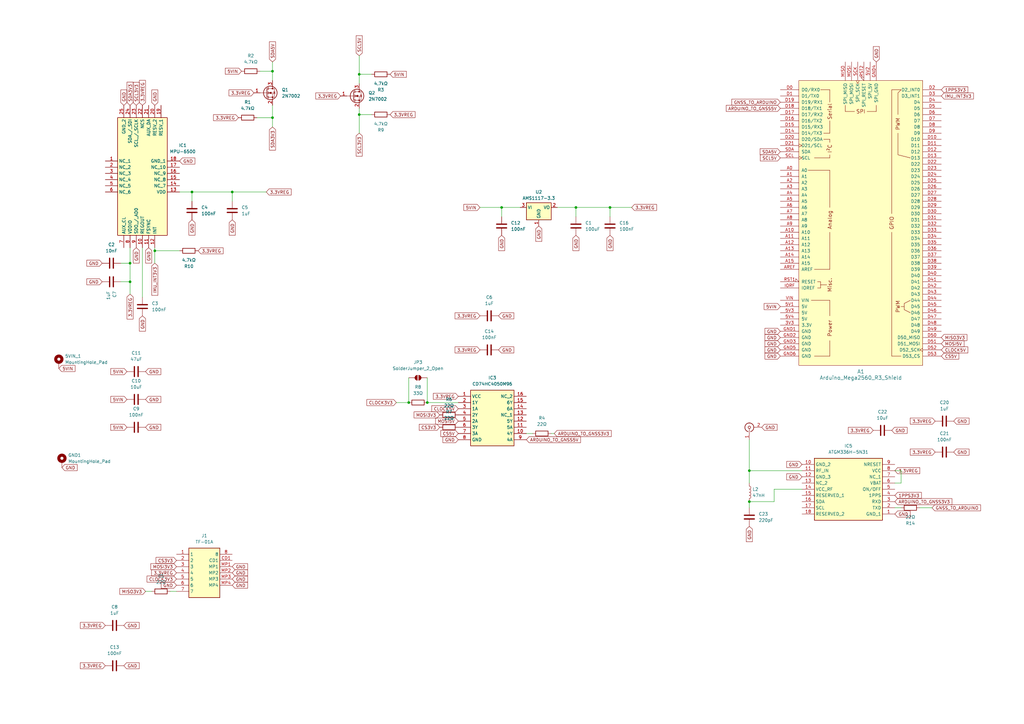
<source format=kicad_sch>
(kicad_sch (version 20250114) (generator "eeschema") (generator_version "9.0")
  (paper "A3")
  (lib_symbols
    (symbol "ATGM336H-5N31:ATGM336H-5N31"
      (property "Reference" "IC" (at 34.29 7.62 0))
      (property "Value" "ATGM336H-5N31" (at 34.29 5.08 0))
      (symbol "ATGM336H-5N31_1_1"
        (rectangle (start 5.08 2.54) (end 33.02 -22.86) (stroke (width 0.254)) (fill (type background)))
        (pin passive line (at 0 0 0) (length 5.08) (name "GND_2") (number "10"))
        (pin passive line (at 0 -2.54 0) (length 5.08) (name "RF_IN") (number "11"))
        (pin passive line (at 0 -5.08 0) (length 5.08) (name "GND_3") (number "12"))
        (pin passive line (at 0 -7.62 0) (length 5.08) (name "NC_2") (number "13"))
        (pin passive line (at 0 -10.16 0) (length 5.08) (name "VCC_RF") (number "14"))
        (pin passive line (at 0 -12.7 0) (length 5.08) (name "RESERVED_1") (number "15"))
        (pin passive line (at 0 -15.24 0) (length 5.08) (name "SDA") (number "16"))
        (pin passive line (at 0 -17.78 0) (length 5.08) (name "SCL") (number "17"))
        (pin passive line (at 0 -20.32 0) (length 5.08) (name "RESERVED_2") (number "18"))
        (pin passive line (at 38.1 0 180) (length 5.08) (name "NRESET") (number "9"))
        (pin passive line (at 38.1 -2.54 180) (length 5.08) (name "VCC") (number "8"))
        (pin passive line (at 38.1 -5.08 180) (length 5.08) (name "NC_1") (number "7"))
        (pin passive line (at 38.1 -7.62 180) (length 5.08) (name "VBAT") (number "6"))
        (pin passive line (at 38.1 -10.16 180) (length 5.08) (name "ON/OFF") (number "5"))
        (pin passive line (at 38.1 -12.7 180) (length 5.08) (name "1PPS") (number "4"))
        (pin passive line (at 38.1 -15.24 180) (length 5.08) (name "RXD") (number "3"))
        (pin passive line (at 38.1 -17.78 180) (length 5.08) (name "TXD") (number "2"))
        (pin passive line (at 38.1 -20.32 180) (length 5.08) (name "GND_1") (number "1"))
      )
    )
    (symbol "CD74HC4050M96:CD74HC4050M96"
      (property "Reference" "IC" (at 24.13 7.62 0))
      (property "Value" "CD74HC4050M96" (at 24.13 5.08 0))
      (symbol "CD74HC4050M96_1_1"
        (rectangle (start 5.08 2.54) (end 22.86 -20.32) (stroke (width 0.254)) (fill (type background)))
        (pin passive line (at 0 0 0) (length 5.08) (name "VCC") (number "1"))
        (pin passive line (at 0 -2.54 0) (length 5.08) (name "1Y") (number "2"))
        (pin passive line (at 0 -5.08 0) (length 5.08) (name "1A") (number "3"))
        (pin passive line (at 0 -7.62 0) (length 5.08) (name "2Y") (number "4"))
        (pin passive line (at 0 -10.16 0) (length 5.08) (name "2A") (number "5"))
        (pin passive line (at 0 -12.7 0) (length 5.08) (name "3Y") (number "6"))
        (pin passive line (at 0 -15.24 0) (length 5.08) (name "3A") (number "7"))
        (pin passive line (at 0 -17.78 0) (length 5.08) (name "GND") (number "8"))
        (pin passive line (at 27.94 0 180) (length 5.08) (name "NC_2") (number "16"))
        (pin passive line (at 27.94 -2.54 180) (length 5.08) (name "6Y") (number "15"))
        (pin passive line (at 27.94 -5.08 180) (length 5.08) (name "6A") (number "14"))
        (pin passive line (at 27.94 -7.62 180) (length 5.08) (name "NC_1") (number "13"))
        (pin passive line (at 27.94 -10.16 180) (length 5.08) (name "5Y") (number "12"))
        (pin passive line (at 27.94 -12.7 180) (length 5.08) (name "5A") (number "11"))
        (pin passive line (at 27.94 -15.24 180) (length 5.08) (name "4Y") (number "10"))
        (pin passive line (at 27.94 -17.78 180) (length 5.08) (name "4A") (number "9"))
      )
    )
    (symbol "Connector:Conn_Coaxial" (pin_names (offset 1.016) (hide yes))
      (property "Reference" "J" (at 0.254 3.048 0))
      (property "Value" "Conn_Coaxial" (at 2.921 0 90))
      (symbol "Conn_Coaxial_0_1"
        (polyline (pts (xy -2.54 0) (xy -0.508 0)))
        (arc (start 1.778 0) (mid 0.222 -1.8079) (end -1.778 -0.508) (stroke (width 0.254)))
        (arc (start -1.778 0.508) (mid 0.2221 1.8084) (end 1.778 0) (stroke (width 0.254)))
        (circle (center 0 0) (radius 0.508) (stroke (width 0.2032)))
        (polyline (pts (xy 0 -2.54) (xy 0 -1.778)))
      )
      (symbol "Conn_Coaxial_1_1"
        (pin passive line (at -5.08 0 0) (length 2.54) (name "In") (number "1"))
        (pin passive line (at 0 -5.08 90) (length 2.54) (name "Ext") (number "2"))
      )
    )
    (symbol "Device:C" (pin_numbers (hide yes)) (pin_names (offset 0.254))
      (property "Reference" "C" (at 0.635 2.54 0))
      (property "Value" "C" (at 0.635 -2.54 0))
      (symbol "C_0_1"
        (polyline (pts (xy -2.032 0.762) (xy 2.032 0.762)) (stroke (width 0.508)))
        (polyline (pts (xy -2.032 -0.762) (xy 2.032 -0.762)) (stroke (width 0.508)))
      )
      (symbol "C_1_1"
        (pin passive line (at 0 3.81 270) (length 2.794) (name "~") (number "1"))
        (pin passive line (at 0 -3.81 90) (length 2.794) (name "~") (number "2"))
      )
    )
    (symbol "Device:L" (pin_numbers (hide yes)) (pin_names (offset 1.016) (hide yes))
      (property "Reference" "L" (at -1.27 0 90))
      (property "Value" "L" (at 1.905 0 90))
      (symbol "L_0_1"
        (arc (start 0 2.54) (mid 0.6323 1.905) (end 0 1.27))
        (arc (start 0 1.27) (mid 0.6323 0.635) (end 0 0))
        (arc (start 0 0) (mid 0.6323 -0.635) (end 0 -1.27))
        (arc (start 0 -1.27) (mid 0.6323 -1.905) (end 0 -2.54))
      )
      (symbol "L_1_1"
        (pin passive line (at 0 3.81 270) (length 1.27) (name "1") (number "1"))
        (pin passive line (at 0 -3.81 90) (length 1.27) (name "2") (number "2"))
      )
    )
    (symbol "Device:R" (pin_numbers (hide yes)) (pin_names (offset 0))
      (property "Reference" "R" (at 2.032 0 90))
      (property "Value" "R" (at 0 0 90))
      (symbol "R_0_1"
        (rectangle (start -1.016 -2.54) (end 1.016 2.54) (stroke (width 0.254)))
      )
      (symbol "R_1_1"
        (pin passive line (at 0 3.81 270) (length 1.27) (name "~") (number "1"))
        (pin passive line (at 0 -3.81 90) (length 1.27) (name "~") (number "2"))
      )
    )
    (symbol "Jumper:SolderJumper_2_Open" (pin_numbers (hide yes)) (pin_names (offset 0) (hide yes)) (in_bom no)
      (property "Reference" "JP" (at 0 2.032 0))
      (property "Value" "SolderJumper_2_Open" (at 0 -2.54 0))
      (symbol "SolderJumper_2_Open_0_1"
        (polyline (pts (xy -0.254 1.016) (xy -0.254 -1.016)))
        (arc (start -0.254 -1.016) (mid -1.2656 0) (end -0.254 1.016))
        (arc (start -0.254 -1.016) (mid -1.2656 0) (end -0.254 1.016) (fill (type outline)))
        (arc (start 0.254 1.016) (mid 1.2656 0) (end 0.254 -1.016))
        (arc (start 0.254 1.016) (mid 1.2656 0) (end 0.254 -1.016) (fill (type outline)))
        (polyline (pts (xy 0.254 1.016) (xy 0.254 -1.016)))
      )
      (symbol "SolderJumper_2_Open_1_1"
        (pin passive line (at -3.81 0 0) (length 2.54) (name "A") (number "1"))
        (pin passive line (at 3.81 0 180) (length 2.54) (name "B") (number "2"))
      )
    )
    (symbol "MPU-6500:MPU-6500"
      (property "Reference" "IC" (at 26.67 22.86 0))
      (property "Value" "MPU-6500" (at 26.67 20.32 0))
      (symbol "MPU-6500_1_1"
        (rectangle (start 5.08 17.78) (end 25.4 -30.48) (stroke (width 0.254)) (fill (type background)))
        (pin passive line (at 0 0 0) (length 5.08) (name "NC_1") (number "1"))
        (pin passive line (at 0 -2.54 0) (length 5.08) (name "NC_2") (number "2"))
        (pin passive line (at 0 -5.08 0) (length 5.08) (name "NC_3") (number "3"))
        (pin passive line (at 0 -7.62 0) (length 5.08) (name "NC_4") (number "4"))
        (pin passive line (at 0 -10.16 0) (length 5.08) (name "NC_5") (number "5"))
        (pin passive line (at 0 -12.7 0) (length 5.08) (name "NC_6") (number "6"))
        (pin passive line (at 7.62 22.86 270) (length 5.08) (name "GND_2") (number "25"))
        (pin passive line (at 7.62 -35.56 90) (length 5.08) (name "AUX_CL") (number "7"))
        (pin passive line (at 10.16 22.86 270) (length 5.08) (name "SDA_/_SDI") (number "24"))
        (pin passive line (at 10.16 -35.56 90) (length 5.08) (name "VDDIO") (number "8"))
        (pin passive line (at 12.7 22.86 270) (length 5.08) (name "SCL_/_SCLK") (number "23"))
        (pin passive line (at 12.7 -35.56 90) (length 5.08) (name "SDO_/_AD0") (number "9"))
        (pin passive line (at 15.24 22.86 270) (length 5.08) (name "NCS") (number "22"))
        (pin passive line (at 15.24 -35.56 90) (length 5.08) (name "REGOUT") (number "10"))
        (pin passive line (at 17.78 22.86 270) (length 5.08) (name "AUX_DA") (number "21"))
        (pin passive line (at 17.78 -35.56 90) (length 5.08) (name "FSYNC") (number "11"))
        (pin passive line (at 20.32 22.86 270) (length 5.08) (name "RESV_2") (number "20"))
        (pin passive line (at 20.32 -35.56 90) (length 5.08) (name "INT") (number "12"))
        (pin passive line (at 22.86 22.86 270) (length 5.08) (name "RESV_1") (number "19"))
        (pin passive line (at 30.48 0 180) (length 5.08) (name "GND_1") (number "18"))
        (pin passive line (at 30.48 -2.54 180) (length 5.08) (name "NC_10") (number "17"))
        (pin passive line (at 30.48 -5.08 180) (length 5.08) (name "NC_9") (number "16"))
        (pin passive line (at 30.48 -7.62 180) (length 5.08) (name "NC_8") (number "15"))
        (pin passive line (at 30.48 -10.16 180) (length 5.08) (name "NC_7") (number "14"))
        (pin passive line (at 30.48 -12.7 180) (length 5.08) (name "VDD") (number "13"))
      )
    )
    (symbol "Mechanical:MountingHole_Pad" (pin_numbers (hide yes)) (pin_names (offset 1.016) (hide yes)) (in_bom no)
      (property "Reference" "H" (at 0 6.35 0))
      (property "Value" "MountingHole_Pad" (at 0 4.445 0))
      (symbol "MountingHole_Pad_0_1"
        (circle (center 0 1.27) (radius 1.27) (stroke (width 1.27)))
      )
      (symbol "MountingHole_Pad_1_1"
        (pin input line (at 0 -2.54 90) (length 2.54) (name "1") (number "1"))
      )
    )
    (symbol "PCM_arduino-library:Arduino_Mega2560_R3_Shield" (pin_names (offset 1.016))
      (property "Reference" "A" (at 0 -62.23 0))
      (property "Value" "Arduino_Mega2560_R3_Shield" (at 0 -66.04 0))
      (symbol "Arduino_Mega2560_R3_Shield_0_0"
        (rectangle (start -25.4 -58.42) (end 25.4 58.42) (fill (type background)))
        (polyline (pts (xy -21.59 21.59) (xy -12.7 21.59)))
        (rectangle (start -20.32 -31.75) (end -12.7 -31.75))
        (rectangle (start -19.05 26.67) (end -12.7 26.67))
        (rectangle (start -19.05 -19.05) (end -12.7 -19.05))
        (rectangle (start -19.05 -54.61) (end -12.7 -54.61))
        (rectangle (start -17.78 -24.13) (end -16.51 -24.13))
        (rectangle (start -17.78 -26.67) (end -16.51 -26.67))
        (rectangle (start -16.51 54.61) (end -12.7 54.61))
        (rectangle (start -16.51 -24.13) (end -16.51 -26.67))
        (rectangle (start -16.51 -25.4) (end -13.97 -25.4))
        (rectangle (start -15.24 36.83) (end -12.7 36.83))
        (rectangle (start -15.24 34.29) (end -12.7 34.29))
        (rectangle (start -12.7 49.53) (end -12.7 54.61))
        (rectangle (start -12.7 41.91) (end -12.7 36.83))
        (rectangle (start -12.7 34.29) (end -12.7 33.02))
        (rectangle (start -12.7 26.67) (end -12.7 27.94))
        (polyline (pts (xy -12.7 6.35) (xy -12.7 21.59)))
        (polyline (pts (xy -12.7 -19.05) (xy -12.7 -3.81)))
        (rectangle (start -12.7 -31.75) (end -12.7 -38.1))
        (rectangle (start -12.7 -54.61) (end -12.7 -48.26))
        (rectangle (start -6.35 48.26) (end -6.35 45.72))
        (rectangle (start -2.54 45.72) (end -6.35 45.72))
        (rectangle (start 6.35 48.26) (end 6.35 45.72))
        (rectangle (start 6.35 45.72) (end 2.54 45.72))
        (polyline (pts (xy 12.7 54.61) (xy 16.51 54.61)))
        (polyline (pts (xy 12.7 -54.61) (xy 16.51 -54.61)))
        (polyline (pts (xy 15.24 44.45) (xy 15.24 53.34) (xy 16.51 54.61)))
        (polyline (pts (xy 15.24 36.83) (xy 15.24 27.94) (xy 20.32 26.67)))
        (polyline (pts (xy 17.78 -34.29) (xy 16.51 -34.29)))
        (polyline (pts (xy 20.32 -31.75) (xy 17.78 -33.02) (xy 17.78 -35.56) (xy 20.32 -36.83)))
        (text "Serial" (at -12.7 45.72 900) (effects (font (size 1.524 1.524))))
        (text "I²C" (at -12.7 30.48 900) (effects (font (size 1.524 1.524))))
        (text "Analog" (at -12.7 1.27 900) (effects (font (size 1.524 1.524))))
        (text "Misc." (at -12.7 -25.4 900) (effects (font (size 1.524 1.524))))
        (text "Power" (at -12.7 -43.18 900) (effects (font (size 1.524 1.524))))
        (text "SPI" (at 0 45.72 0) (effects (font (size 1.524 1.524))))
        (text "PWM" (at 15.24 40.64 900) (effects (font (size 1.524 1.524))))
        (text "PWM" (at 15.24 -34.29 900) (effects (font (size 1.524 1.524))))
      )
      (symbol "Arduino_Mega2560_R3_Shield_1_0"
        (rectangle (start 12.7 54.61) (end 12.7 3.81))
        (rectangle (start 12.7 -54.61) (end 12.7 -3.81))
        (text "GPIO" (at 12.7 0 900) (effects (font (size 1.524 1.524))))
      )
      (symbol "Arduino_Mega2560_R3_Shield_1_1"
        (pin bidirectional line (at -33.02 54.61 0) (length 7.62) (name "D0/RX0") (number "D0"))
        (pin bidirectional line (at -33.02 52.07 0) (length 7.62) (name "D1/TX0") (number "D1"))
        (pin bidirectional line (at -33.02 49.53 0) (length 7.62) (name "D19/RX1") (number "D19"))
        (pin bidirectional line (at -33.02 46.99 0) (length 7.62) (name "D18/TX1") (number "D18"))
        (pin bidirectional line (at -33.02 44.45 0) (length 7.62) (name "D17/RX2") (number "D17"))
        (pin bidirectional line (at -33.02 41.91 0) (length 7.62) (name "D16/TX2") (number "D16"))
        (pin bidirectional line (at -33.02 39.37 0) (length 7.62) (name "D15/RX3") (number "D15"))
        (pin bidirectional line (at -33.02 36.83 0) (length 7.62) (name "D14/TX3") (number "D14"))
        (pin bidirectional line (at -33.02 34.29 0) (length 7.62) (name "D20/SDA") (number "D20"))
        (pin bidirectional clock (at -33.02 31.75 0) (length 7.62) (name "D21/SCL") (number "D21"))
        (pin bidirectional line (at -33.02 29.21 0) (length 7.62) (name "SDA") (number "SDA"))
        (pin bidirectional clock (at -33.02 26.67 0) (length 7.62) (name "SCL") (number "SCL"))
        (pin bidirectional line (at -33.02 21.59 0) (length 7.62) (name "A0") (number "A0"))
        (pin bidirectional line (at -33.02 19.05 0) (length 7.62) (name "A1") (number "A1"))
        (pin bidirectional line (at -33.02 16.51 0) (length 7.62) (name "A2") (number "A2"))
        (pin bidirectional line (at -33.02 13.97 0) (length 7.62) (name "A3") (number "A3"))
        (pin bidirectional line (at -33.02 11.43 0) (length 7.62) (name "A4") (number "A4"))
        (pin bidirectional line (at -33.02 8.89 0) (length 7.62) (name "A5") (number "A5"))
        (pin bidirectional line (at -33.02 6.35 0) (length 7.62) (name "A6") (number "A6"))
        (pin bidirectional line (at -33.02 3.81 0) (length 7.62) (name "A7") (number "A7"))
        (pin bidirectional line (at -33.02 1.27 0) (length 7.62) (name "A8") (number "A8"))
        (pin bidirectional line (at -33.02 -1.27 0) (length 7.62) (name "A9") (number "A9"))
        (pin bidirectional line (at -33.02 -3.81 0) (length 7.62) (name "A10") (number "A10"))
        (pin bidirectional line (at -33.02 -6.35 0) (length 7.62) (name "A11") (number "A11"))
        (pin bidirectional line (at -33.02 -8.89 0) (length 7.62) (name "A12") (number "A12"))
        (pin bidirectional line (at -33.02 -11.43 0) (length 7.62) (name "A13") (number "A13"))
        (pin bidirectional line (at -33.02 -13.97 0) (length 7.62) (name "A14") (number "A14"))
        (pin bidirectional line (at -33.02 -16.51 0) (length 7.62) (name "A15") (number "A15"))
        (pin input line (at -33.02 -19.05 0) (length 7.62) (name "AREF") (number "AREF"))
        (pin open_collector input_low (at -33.02 -24.13 0) (length 7.62) (name "RESET") (number "RST1"))
        (pin output line (at -33.02 -26.67 0) (length 7.62) (name "IOREF") (number "IORF"))
        (pin power_in line (at -33.02 -31.75 0) (length 7.62) (name "VIN") (number "VIN"))
        (pin power_in line (at -33.02 -34.29 0) (length 7.62) (name "5V") (number "5V1"))
        (pin power_in line (at -33.02 -36.83 0) (length 7.62) (name "5V") (number "5V3"))
        (pin power_in line (at -33.02 -39.37 0) (length 7.62) (name "5V") (number "5V4"))
        (pin power_out line (at -33.02 -41.91 0) (length 7.62) (name "3.3V") (number "3V3"))
        (pin power_in line (at -33.02 -44.45 0) (length 7.62) (name "GND") (number "GND1"))
        (pin power_in line (at -33.02 -46.99 0) (length 7.62) (name "GND") (number "GND2"))
        (pin power_in line (at -33.02 -49.53 0) (length 7.62) (name "GND") (number "GND3"))
        (pin power_in line (at -33.02 -52.07 0) (length 7.62) (name "GND") (number "GND5"))
        (pin power_in line (at -33.02 -54.61 0) (length 7.62) (name "GND") (number "GND6"))
        (pin input line (at -6.35 66.04 270) (length 7.62) (name "SPI_MISO") (number "MISO"))
        (pin output line (at -3.81 66.04 270) (length 7.62) (name "SPI_MOSI") (number "MOSI"))
        (pin output clock (at -1.27 66.04 270) (length 7.62) (name "SPI_SCK") (number "SCK"))
        (pin open_collector input_low (at 1.27 66.04 270) (length 7.62) (name "SPI_RESET") (number "RST2"))
        (pin power_in line (at 3.81 66.04 270) (length 7.62) (name "SPI_5V") (number "5V2"))
        (pin power_in line (at 6.35 66.04 270) (length 7.62) (name "SPI_GND") (number "GND4"))
        (pin bidirectional line (at 33.02 54.61 180) (length 7.62) (name "D2_INT0") (number "D2"))
        (pin bidirectional line (at 33.02 52.07 180) (length 7.62) (name "D3_INT1") (number "D3"))
        (pin bidirectional line (at 33.02 49.53 180) (length 7.62) (name "D4") (number "D4"))
        (pin bidirectional line (at 33.02 46.99 180) (length 7.62) (name "D5") (number "D5"))
        (pin bidirectional line (at 33.02 44.45 180) (length 7.62) (name "D6") (number "D6"))
        (pin bidirectional line (at 33.02 41.91 180) (length 7.62) (name "D7") (number "D7"))
        (pin bidirectional line (at 33.02 39.37 180) (length 7.62) (name "D8") (number "D8"))
        (pin bidirectional line (at 33.02 36.83 180) (length 7.62) (name "D9") (number "D9"))
        (pin bidirectional line (at 33.02 34.29 180) (length 7.62) (name "D10") (number "D10"))
        (pin bidirectional line (at 33.02 31.75 180) (length 7.62) (name "D11") (number "D11"))
        (pin bidirectional line (at 33.02 29.21 180) (length 7.62) (name "D12") (number "D12"))
        (pin bidirectional line (at 33.02 26.67 180) (length 7.62) (name "D13") (number "D13"))
        (pin bidirectional line (at 33.02 24.13 180) (length 7.62) (name "D22") (number "D22"))
        (pin bidirectional line (at 33.02 21.59 180) (length 7.62) (name "D23") (number "D23"))
        (pin bidirectional line (at 33.02 19.05 180) (length 7.62) (name "D24") (number "D24"))
        (pin bidirectional line (at 33.02 16.51 180) (length 7.62) (name "D25") (number "D25"))
        (pin bidirectional line (at 33.02 13.97 180) (length 7.62) (name "D26") (number "D26"))
        (pin bidirectional line (at 33.02 11.43 180) (length 7.62) (name "D27") (number "D27"))
        (pin bidirectional line (at 33.02 8.89 180) (length 7.62) (name "D28") (number "D28"))
        (pin bidirectional line (at 33.02 6.35 180) (length 7.62) (name "D29") (number "D29"))
        (pin bidirectional line (at 33.02 3.81 180) (length 7.62) (name "D30") (number "D30"))
        (pin bidirectional line (at 33.02 1.27 180) (length 7.62) (name "D31") (number "D31"))
        (pin bidirectional line (at 33.02 -1.27 180) (length 7.62) (name "D32") (number "D32"))
        (pin bidirectional line (at 33.02 -3.81 180) (length 7.62) (name "D33") (number "D33"))
        (pin bidirectional line (at 33.02 -6.35 180) (length 7.62) (name "D34") (number "D34"))
        (pin bidirectional line (at 33.02 -8.89 180) (length 7.62) (name "D35") (number "D35"))
        (pin bidirectional line (at 33.02 -11.43 180) (length 7.62) (name "D36") (number "D36"))
        (pin bidirectional line (at 33.02 -13.97 180) (length 7.62) (name "D37") (number "D37"))
        (pin bidirectional line (at 33.02 -16.51 180) (length 7.62) (name "D38") (number "D38"))
        (pin bidirectional line (at 33.02 -19.05 180) (length 7.62) (name "D39") (number "D39"))
        (pin bidirectional line (at 33.02 -21.59 180) (length 7.62) (name "D40") (number "D40"))
        (pin bidirectional line (at 33.02 -24.13 180) (length 7.62) (name "D41") (number "D41"))
        (pin bidirectional line (at 33.02 -26.67 180) (length 7.62) (name "D42") (number "D42"))
        (pin bidirectional line (at 33.02 -29.21 180) (length 7.62) (name "D43") (number "D43"))
        (pin bidirectional line (at 33.02 -31.75 180) (length 7.62) (name "D44") (number "D44"))
        (pin bidirectional line (at 33.02 -34.29 180) (length 7.62) (name "D45") (number "D45"))
        (pin bidirectional line (at 33.02 -36.83 180) (length 7.62) (name "D46") (number "D46"))
        (pin bidirectional line (at 33.02 -39.37 180) (length 7.62) (name "D47") (number "D47"))
        (pin bidirectional line (at 33.02 -41.91 180) (length 7.62) (name "D48") (number "D48"))
        (pin bidirectional line (at 33.02 -44.45 180) (length 7.62) (name "D49") (number "D49"))
        (pin bidirectional line (at 33.02 -46.99 180) (length 7.62) (name "D50_MISO") (number "D50"))
        (pin bidirectional line (at 33.02 -49.53 180) (length 7.62) (name "D51_MOSI") (number "D51"))
        (pin bidirectional clock (at 33.02 -52.07 180) (length 7.62) (name "D52_SCK") (number "D52"))
        (pin bidirectional line (at 33.02 -54.61 180) (length 7.62) (name "D53_CS") (number "D53"))
      )
    )
    (symbol "Regulator_Linear:AMS1117-3.3"
      (property "Reference" "U" (at -3.81 3.175 0))
      (property "Value" "AMS1117-3.3" (at 0 3.175 0))
      (symbol "AMS1117-3.3_0_1"
        (rectangle (start -5.08 -5.08) (end 5.08 1.905) (stroke (width 0.254)) (fill (type background)))
      )
      (symbol "AMS1117-3.3_1_1"
        (pin power_in line (at -7.62 0 0) (length 2.54) (name "VI") (number "3"))
        (pin power_in line (at 0 -7.62 90) (length 2.54) (name "GND") (number "1"))
        (pin power_out line (at 7.62 0 180) (length 2.54) (name "VO") (number "2"))
      )
    )
    (symbol "TF-01A:TF-01A"
      (property "Reference" "J" (at 19.05 7.62 0))
      (property "Value" "TF-01A" (at 19.05 5.08 0))
      (symbol "TF-01A_1_1"
        (rectangle (start 5.08 2.54) (end 17.78 -17.78) (stroke (width 0.254)) (fill (type background)))
        (pin passive line (at 0 0 0) (length 5.08) (name "1") (number "1"))
        (pin passive line (at 0 -2.54 0) (length 5.08) (name "2") (number "2"))
        (pin passive line (at 0 -5.08 0) (length 5.08) (name "3") (number "3"))
        (pin passive line (at 0 -7.62 0) (length 5.08) (name "4") (number "4"))
        (pin passive line (at 0 -10.16 0) (length 5.08) (name "5") (number "5"))
        (pin passive line (at 0 -12.7 0) (length 5.08) (name "6") (number "6"))
        (pin passive line (at 0 -15.24 0) (length 5.08) (name "7") (number "7"))
        (pin passive line (at 22.86 0 180) (length 5.08) (name "8") (number "8"))
        (pin passive line (at 22.86 -2.54 180) (length 5.08) (name "CD1") (number "CD1"))
        (pin passive line (at 22.86 -5.08 180) (length 5.08) (name "MP1") (number "MP1"))
        (pin passive line (at 22.86 -7.62 180) (length 5.08) (name "MP2") (number "MP2"))
        (pin passive line (at 22.86 -10.16 180) (length 5.08) (name "MP3") (number "MP3"))
        (pin passive line (at 22.86 -12.7 180) (length 5.08) (name "MP4") (number "MP4"))
      )
    )
    (symbol "Transistor_FET:2N7002" (pin_names (offset 0) (hide yes))
      (property "Reference" "Q" (at 5.08 1.905 0))
      (property "Value" "2N7002" (at 5.08 0 0))
      (symbol "2N7002_0_1"
        (polyline (pts (xy 0.254 1.905) (xy 0.254 -1.905)) (stroke (width 0.254)))
        (polyline (pts (xy 0.254 0) (xy -2.54 0)))
        (polyline (pts (xy 0.762 2.286) (xy 0.762 1.27)) (stroke (width 0.254)))
        (polyline (pts (xy 0.762 0.508) (xy 0.762 -0.508)) (stroke (width 0.254)))
        (polyline (pts (xy 0.762 -1.27) (xy 0.762 -2.286)) (stroke (width 0.254)))
        (polyline (pts (xy 0.762 -1.778) (xy 3.302 -1.778) (xy 3.302 1.778) (xy 0.762 1.778)))
        (polyline (pts (xy 1.016 0) (xy 2.032 0.381) (xy 2.032 -0.381) (xy 1.016 0)) (fill (type outline)))
        (circle (center 1.651 0) (radius 2.794) (stroke (width 0.254)))
        (polyline (pts (xy 2.54 2.54) (xy 2.54 1.778)))
        (circle (center 2.54 1.778) (radius 0.254) (fill (type outline)))
        (circle (center 2.54 -1.778) (radius 0.254) (fill (type outline)))
        (polyline (pts (xy 2.54 -2.54) (xy 2.54 0) (xy 0.762 0)))
        (polyline (pts (xy 2.921 0.381) (xy 3.683 0.381)))
        (polyline (pts (xy 3.302 0.381) (xy 2.921 -0.254) (xy 3.683 -0.254) (xy 3.302 0.381)))
      )
      (symbol "2N7002_1_1"
        (pin input line (at -5.08 0 0) (length 2.54) (name "G") (number "1"))
        (pin passive line (at 2.54 5.08 270) (length 2.54) (name "D") (number "3"))
        (pin passive line (at 2.54 -5.08 90) (length 2.54) (name "S") (number "2"))
      )
    )
  )
  (junction (at 147.32 30.48))
  (junction (at 250.19 85.09))
  (junction (at 111.76 48.26))
  (junction (at 111.76 29.21))
  (junction (at 95.25 78.74))
  (junction (at 53.34 115.57))
  (junction (at 63.5 102.87))
  (junction (at 236.22 85.09))
  (junction (at 175.26 165.1))
  (junction (at 307.34 193.04))
  (junction (at 167.64 165.1))
  (junction (at 78.74 78.74))
  (junction (at 307.34 205.74))
  (junction (at 205.74 85.09))
  (junction (at 53.34 107.95))
  (junction (at 147.32 46.99))
  (wire (pts (xy 106.68 29.21) (xy 111.76 29.21)))
  (wire (pts (xy 307.34 180.34) (xy 307.34 193.04)))
  (wire (pts (xy 53.34 101.6) (xy 53.34 107.95)))
  (wire (pts (xy 111.76 52.07) (xy 111.76 48.26)))
  (wire (pts (xy 111.76 48.26) (xy 111.76 43.18)))
  (wire (pts (xy 367.03 193.04) (xy 369.57 193.04)))
  (wire (pts (xy 63.5 102.87) (xy 63.5 101.6)))
  (wire (pts (xy 226.06 177.8) (xy 227.33 177.8)))
  (wire (pts (xy 307.34 193.04) (xy 307.34 198.12)))
  (wire (pts (xy 228.6 85.09) (xy 236.22 85.09)))
  (wire (pts (xy 63.5 102.87) (xy 73.66 102.87)))
  (wire (pts (xy 317.5 200.66) (xy 317.5 205.74)))
  (wire (pts (xy 63.5 107.95) (xy 63.5 102.87)))
  (wire (pts (xy 147.32 22.86) (xy 147.32 30.48)))
  (wire (pts (xy 49.53 107.95) (xy 53.34 107.95)))
  (wire (pts (xy 73.66 78.74) (xy 78.74 78.74)))
  (wire (pts (xy 95.25 78.74) (xy 109.22 78.74)))
  (wire (pts (xy 59.69 242.57) (xy 62.23 242.57)))
  (wire (pts (xy 236.22 85.09) (xy 236.22 88.9)))
  (wire (pts (xy 250.19 85.09) (xy 259.08 85.09)))
  (wire (pts (xy 307.34 205.74) (xy 307.34 208.28)))
  (wire (pts (xy 167.64 154.94) (xy 167.64 165.1)))
  (wire (pts (xy 147.32 46.99) (xy 147.32 44.45)))
  (wire (pts (xy 382.27 208.28) (xy 377.19 208.28)))
  (wire (pts (xy 196.85 85.09) (xy 205.74 85.09)))
  (wire (pts (xy 328.93 193.04) (xy 307.34 193.04)))
  (wire (pts (xy 49.53 115.57) (xy 53.34 115.57)))
  (wire (pts (xy 147.32 30.48) (xy 152.4 30.48)))
  (wire (pts (xy 205.74 85.09) (xy 205.74 88.9)))
  (wire (pts (xy 53.34 107.95) (xy 53.34 115.57)))
  (wire (pts (xy 215.9 177.8) (xy 218.44 177.8)))
  (wire (pts (xy 175.26 154.94) (xy 175.26 165.1)))
  (wire (pts (xy 317.5 205.74) (xy 307.34 205.74)))
  (wire (pts (xy 78.74 78.74) (xy 95.25 78.74)))
  (wire (pts (xy 147.32 46.99) (xy 152.4 46.99)))
  (wire (pts (xy 328.93 200.66) (xy 317.5 200.66)))
  (wire (pts (xy 53.34 115.57) (xy 53.34 120.65)))
  (wire (pts (xy 95.25 78.74) (xy 95.25 82.55)))
  (wire (pts (xy 369.57 198.12) (xy 369.57 193.04)))
  (wire (pts (xy 162.56 165.1) (xy 167.64 165.1)))
  (wire (pts (xy 78.74 82.55) (xy 78.74 78.74)))
  (wire (pts (xy 367.03 198.12) (xy 369.57 198.12)))
  (wire (pts (xy 105.41 48.26) (xy 111.76 48.26)))
  (wire (pts (xy 111.76 25.4) (xy 111.76 29.21)))
  (wire (pts (xy 175.26 165.1) (xy 187.96 165.1)))
  (wire (pts (xy 250.19 85.09) (xy 250.19 88.9)))
  (wire (pts (xy 367.03 208.28) (xy 369.57 208.28)))
  (wire (pts (xy 58.42 101.6) (xy 58.42 121.92)))
  (wire (pts (xy 205.74 85.09) (xy 213.36 85.09)))
  (wire (pts (xy 236.22 85.09) (xy 250.19 85.09)))
  (wire (pts (xy 69.85 242.57) (xy 72.39 242.57)))
  (wire (pts (xy 111.76 29.21) (xy 111.76 33.02)))
  (wire (pts (xy 147.32 30.48) (xy 147.32 34.29)))
  (wire (pts (xy 147.32 54.61) (xy 147.32 46.99)))
  (global_label "5VIN" (shape input) (at 160.02 30.48 0) (property "Intersheetrefs" "${INTERSHEET_REFS}" (effects (hide yes))))
  (global_label "5VIN" (shape input) (at 52.07 152.4 180) (property "Intersheetrefs" "${INTERSHEET_REFS}" (effects (hide yes))))
  (global_label "GND" (shape input) (at 236.22 96.52 270) (property "Intersheetrefs" "${INTERSHEET_REFS}" (effects (hide yes))))
  (global_label "GND" (shape input) (at 328.93 195.58 180) (property "Intersheetrefs" "${INTERSHEET_REFS}" (effects (hide yes))))
  (global_label "GND" (shape input) (at 41.91 107.95 180) (property "Intersheetrefs" "${INTERSHEET_REFS}" (effects (hide yes))))
  (global_label "MISO3V3" (shape input) (at 59.69 242.57 180) (property "Intersheetrefs" "${INTERSHEET_REFS}" (effects (hide yes))))
  (global_label "1PPS3V3" (shape input) (at 386.08 36.83 0) (property "Intersheetrefs" "${INTERSHEET_REFS}" (effects (hide yes))))
  (global_label "ARDUINO_TO_GNSS3V3" (shape input) (at 367.03 205.74 0) (property "Intersheetrefs" "${INTERSHEET_REFS}" (effects (hide yes))))
  (global_label "GND" (shape input) (at 391.16 185.42 0) (property "Intersheetrefs" "${INTERSHEET_REFS}" (effects (hide yes))))
  (global_label "GND" (shape input) (at 320.04 143.51 180) (property "Intersheetrefs" "${INTERSHEET_REFS}" (effects (hide yes))))
  (global_label "SDA3V3" (shape input) (at 111.76 52.07 270) (property "Intersheetrefs" "${INTERSHEET_REFS}" (effects (hide yes))))
  (global_label "GND" (shape input) (at 95.25 234.95 0) (property "Intersheetrefs" "${INTERSHEET_REFS}" (effects (hide yes))))
  (global_label "3.3VREG" (shape input) (at 43.18 256.54 180) (property "Intersheetrefs" "${INTERSHEET_REFS}" (effects (hide yes))))
  (global_label "3.3VREG" (shape input) (at 367.03 193.04 0) (property "Intersheetrefs" "${INTERSHEET_REFS}" (effects (hide yes))))
  (global_label "GND" (shape input) (at 95.25 232.41 0) (property "Intersheetrefs" "${INTERSHEET_REFS}" (effects (hide yes))))
  (global_label "GND" (shape input) (at 59.69 152.4 0) (property "Intersheetrefs" "${INTERSHEET_REFS}" (effects (hide yes))))
  (global_label "GND" (shape input) (at 365.76 176.53 0) (property "Intersheetrefs" "${INTERSHEET_REFS}" (effects (hide yes))))
  (global_label "5VIN" (shape input) (at 196.85 85.09 180) (property "Intersheetrefs" "${INTERSHEET_REFS}" (effects (hide yes))))
  (global_label "MISO3V3" (shape input) (at 386.08 138.43 0) (property "Intersheetrefs" "${INTERSHEET_REFS}" (effects (hide yes))))
  (global_label "GND" (shape input) (at 95.25 237.49 0) (property "Intersheetrefs" "${INTERSHEET_REFS}" (effects (hide yes))))
  (global_label "SCL5V" (shape input) (at 147.32 22.86 90) (property "Intersheetrefs" "${INTERSHEET_REFS}" (effects (hide yes))))
  (global_label "GND" (shape input) (at 50.8 256.54 0) (property "Intersheetrefs" "${INTERSHEET_REFS}" (effects (hide yes))))
  (global_label "SCL3V3" (shape input) (at 147.32 54.61 270) (property "Intersheetrefs" "${INTERSHEET_REFS}" (effects (hide yes))))
  (global_label "5VIN" (shape input) (at 24.13 151.13 0) (property "Intersheetrefs" "${INTERSHEET_REFS}" (effects (hide yes))))
  (global_label "GND" (shape input) (at 307.34 215.9 270) (property "Intersheetrefs" "${INTERSHEET_REFS}" (effects (hide yes))))
  (global_label "GND" (shape input) (at 205.74 96.52 270) (property "Intersheetrefs" "${INTERSHEET_REFS}" (effects (hide yes))))
  (global_label "GNSS_TO_ARDUINO" (shape input) (at 382.27 208.28 0) (property "Intersheetrefs" "${INTERSHEET_REFS}" (effects (hide yes))))
  (global_label "CLOCK5V" (shape input) (at 386.08 143.51 0) (property "Intersheetrefs" "${INTERSHEET_REFS}" (effects (hide yes))))
  (global_label "3.3VREG" (shape input) (at 53.34 120.65 270) (property "Intersheetrefs" "${INTERSHEET_REFS}" (effects (hide yes))))
  (global_label "SDA5V" (shape input) (at 111.76 25.4 90) (property "Intersheetrefs" "${INTERSHEET_REFS}" (effects (hide yes))))
  (global_label "3.3VREG" (shape input) (at 383.54 172.72 180) (property "Intersheetrefs" "${INTERSHEET_REFS}" (effects (hide yes))))
  (global_label "GND" (shape input) (at 50.8 43.18 90) (property "Intersheetrefs" "${INTERSHEET_REFS}" (effects (hide yes))))
  (global_label "GND" (shape input) (at 59.69 175.26 0) (property "Intersheetrefs" "${INTERSHEET_REFS}" (effects (hide yes))))
  (global_label "MOSI5V" (shape input) (at 187.96 172.72 180) (property "Intersheetrefs" "${INTERSHEET_REFS}" (effects (hide yes))))
  (global_label "1PPS3V3" (shape input) (at 367.03 203.2 0) (property "Intersheetrefs" "${INTERSHEET_REFS}" (effects (hide yes))))
  (global_label "3.3VREG" (shape input) (at 104.14 38.1 180) (property "Intersheetrefs" "${INTERSHEET_REFS}" (effects (hide yes))))
  (global_label "GND" (shape input) (at 73.66 66.04 0) (property "Intersheetrefs" "${INTERSHEET_REFS}" (effects (hide yes))))
  (global_label "GND" (shape input) (at 367.03 210.82 0) (property "Intersheetrefs" "${INTERSHEET_REFS}" (effects (hide yes))))
  (global_label "3.3VREG" (shape input) (at 160.02 46.99 0) (property "Intersheetrefs" "${INTERSHEET_REFS}" (effects (hide yes))))
  (global_label "3.3VREG" (shape input) (at 358.14 176.53 180) (property "Intersheetrefs" "${INTERSHEET_REFS}" (effects (hide yes))))
  (global_label "GND" (shape input) (at 78.74 90.17 270) (property "Intersheetrefs" "${INTERSHEET_REFS}" (effects (hide yes))))
  (global_label "5VIN" (shape input) (at 99.06 29.21 180) (property "Intersheetrefs" "${INTERSHEET_REFS}" (effects (hide yes))))
  (global_label "GND" (shape input) (at 60.96 101.6 270) (property "Intersheetrefs" "${INTERSHEET_REFS}" (effects (hide yes))))
  (global_label "GND" (shape input) (at 95.25 90.17 270) (property "Intersheetrefs" "${INTERSHEET_REFS}" (effects (hide yes))))
  (global_label "IMU_INT3V3" (shape input) (at 386.08 39.37 0) (property "Intersheetrefs" "${INTERSHEET_REFS}" (effects (hide yes))))
  (global_label "GND" (shape input) (at 50.8 273.05 0) (property "Intersheetrefs" "${INTERSHEET_REFS}" (effects (hide yes))))
  (global_label "CLOCK3V3" (shape input) (at 162.56 165.1 180) (property "Intersheetrefs" "${INTERSHEET_REFS}" (effects (hide yes))))
  (global_label "GND" (shape input) (at 320.04 140.97 180) (property "Intersheetrefs" "${INTERSHEET_REFS}" (effects (hide yes))))
  (global_label "GND" (shape input) (at 391.16 172.72 0) (property "Intersheetrefs" "${INTERSHEET_REFS}" (effects (hide yes))))
  (global_label "ARDUINO_TO_GNSS3V3" (shape input) (at 227.33 177.8 0) (property "Intersheetrefs" "${INTERSHEET_REFS}" (effects (hide yes))))
  (global_label "3.3VREG" (shape input) (at 109.22 78.74 0) (property "Intersheetrefs" "${INTERSHEET_REFS}" (effects (hide yes))))
  (global_label "GND" (shape input) (at 25.4 191.77 0) (property "Intersheetrefs" "${INTERSHEET_REFS}" (effects (hide yes))))
  (global_label "GND" (shape input) (at 328.93 190.5 180) (property "Intersheetrefs" "${INTERSHEET_REFS}" (effects (hide yes))))
  (global_label "GND" (shape input) (at 95.25 240.03 0) (property "Intersheetrefs" "${INTERSHEET_REFS}" (effects (hide yes))))
  (global_label "CS5V" (shape input) (at 187.96 177.8 180) (property "Intersheetrefs" "${INTERSHEET_REFS}" (effects (hide yes))))
  (global_label "3.3VREG" (shape input) (at 139.7 39.37 180) (property "Intersheetrefs" "${INTERSHEET_REFS}" (effects (hide yes))))
  (global_label "GND" (shape input) (at 41.91 115.57 180) (property "Intersheetrefs" "${INTERSHEET_REFS}" (effects (hide yes))))
  (global_label "CS3V3" (shape input) (at 180.34 175.26 180) (property "Intersheetrefs" "${INTERSHEET_REFS}" (effects (hide yes))))
  (global_label "SCL5V" (shape input) (at 320.04 64.77 180) (property "Intersheetrefs" "${INTERSHEET_REFS}" (effects (hide yes))))
  (global_label "3.3VREG" (shape input) (at 81.28 102.87 0) (property "Intersheetrefs" "${INTERSHEET_REFS}" (effects (hide yes))))
  (global_label "CLOCK3V3" (shape input) (at 72.39 237.49 180) (property "Intersheetrefs" "${INTERSHEET_REFS}" (effects (hide yes))))
  (global_label "GNSS_TO_ARDUINO" (shape input) (at 320.04 41.91 180) (property "Intersheetrefs" "${INTERSHEET_REFS}" (effects (hide yes))))
  (global_label "GND" (shape input) (at 204.47 143.51 0) (property "Intersheetrefs" "${INTERSHEET_REFS}" (effects (hide yes))))
  (global_label "SCL3V3" (shape input) (at 55.88 43.18 90) (property "Intersheetrefs" "${INTERSHEET_REFS}" (effects (hide yes))))
  (global_label "GND" (shape input) (at 250.19 96.52 270) (property "Intersheetrefs" "${INTERSHEET_REFS}" (effects (hide yes))))
  (global_label "GND" (shape input) (at 72.39 240.03 180) (property "Intersheetrefs" "${INTERSHEET_REFS}" (effects (hide yes))))
  (global_label "GND" (shape input) (at 320.04 135.89 180) (property "Intersheetrefs" "${INTERSHEET_REFS}" (effects (hide yes))))
  (global_label "IMU_INT3V3" (shape input) (at 63.5 107.95 270) (property "Intersheetrefs" "${INTERSHEET_REFS}" (effects (hide yes))))
  (global_label "GND" (shape input) (at 359.41 25.4 90) (property "Intersheetrefs" "${INTERSHEET_REFS}" (effects (hide yes))))
  (global_label "GND" (shape input) (at 320.04 146.05 180) (property "Intersheetrefs" "${INTERSHEET_REFS}" (effects (hide yes))))
  (global_label "MOSI3V3" (shape input) (at 72.39 232.41 180) (property "Intersheetrefs" "${INTERSHEET_REFS}" (effects (hide yes))))
  (global_label "3.3VREG" (shape input) (at 196.85 143.51 180) (property "Intersheetrefs" "${INTERSHEET_REFS}" (effects (hide yes))))
  (global_label "3.3VREG" (shape input) (at 383.54 185.42 180) (property "Intersheetrefs" "${INTERSHEET_REFS}" (effects (hide yes))))
  (global_label "5VIN" (shape input) (at 52.07 175.26 180) (property "Intersheetrefs" "${INTERSHEET_REFS}" (effects (hide yes))))
  (global_label "3.3VREG" (shape input) (at 43.18 273.05 180) (property "Intersheetrefs" "${INTERSHEET_REFS}" (effects (hide yes))))
  (global_label "GND" (shape input) (at 320.04 138.43 180) (property "Intersheetrefs" "${INTERSHEET_REFS}" (effects (hide yes))))
  (global_label "GND" (shape input) (at 204.47 129.54 0) (property "Intersheetrefs" "${INTERSHEET_REFS}" (effects (hide yes))))
  (global_label "CS5V" (shape input) (at 386.08 146.05 0) (property "Intersheetrefs" "${INTERSHEET_REFS}" (effects (hide yes))))
  (global_label "GND" (shape input) (at 220.98 92.71 270) (property "Intersheetrefs" "${INTERSHEET_REFS}" (effects (hide yes))))
  (global_label "5VIN" (shape input) (at 320.04 125.73 180) (property "Intersheetrefs" "${INTERSHEET_REFS}" (effects (hide yes))))
  (global_label "3.3VREG" (shape input) (at 97.79 48.26 180) (property "Intersheetrefs" "${INTERSHEET_REFS}" (effects (hide yes))))
  (global_label "GND" (shape input) (at 187.96 180.34 180) (property "Intersheetrefs" "${INTERSHEET_REFS}" (effects (hide yes))))
  (global_label "MOSI5V" (shape input) (at 386.08 140.97 0) (property "Intersheetrefs" "${INTERSHEET_REFS}" (effects (hide yes))))
  (global_label "GND" (shape input) (at 59.69 163.83 0) (property "Intersheetrefs" "${INTERSHEET_REFS}" (effects (hide yes))))
  (global_label "ARDUINO_TO_GNSS5V" (shape input) (at 320.04 44.45 180) (property "Intersheetrefs" "${INTERSHEET_REFS}" (effects (hide yes))))
  (global_label "GND" (shape input) (at 55.88 101.6 270) (property "Intersheetrefs" "${INTERSHEET_REFS}" (effects (hide yes))))
  (global_label "3.3VREG" (shape input) (at 196.85 129.54 180) (property "Intersheetrefs" "${INTERSHEET_REFS}" (effects (hide yes))))
  (global_label "CLOCK5V" (shape input) (at 187.96 167.64 180) (property "Intersheetrefs" "${INTERSHEET_REFS}" (effects (hide yes))))
  (global_label "GND" (shape input) (at 58.42 129.54 270) (property "Intersheetrefs" "${INTERSHEET_REFS}" (effects (hide yes))))
  (global_label "MOSI3V3" (shape input) (at 180.34 170.18 180) (property "Intersheetrefs" "${INTERSHEET_REFS}" (effects (hide yes))))
  (global_label "CS3V3" (shape input) (at 72.39 229.87 180) (property "Intersheetrefs" "${INTERSHEET_REFS}" (effects (hide yes))))
  (global_label "3.3VREG" (shape input) (at 187.96 162.56 180) (property "Intersheetrefs" "${INTERSHEET_REFS}" (effects (hide yes))))
  (global_label "SDA5V" (shape input) (at 320.04 62.23 180) (property "Intersheetrefs" "${INTERSHEET_REFS}" (effects (hide yes))))
  (global_label "ARDUINO_TO_GNSS5V" (shape input) (at 215.9 180.34 0) (property "Intersheetrefs" "${INTERSHEET_REFS}" (effects (hide yes))))
  (global_label "3.3VREG" (shape input) (at 259.08 85.09 0) (property "Intersheetrefs" "${INTERSHEET_REFS}" (effects (hide yes))))
  (global_label "3.3VREG" (shape input) (at 72.39 234.95 180) (property "Intersheetrefs" "${INTERSHEET_REFS}" (effects (hide yes))))
  (global_label "GND" (shape input) (at 312.42 175.26 0) (property "Intersheetrefs" "${INTERSHEET_REFS}" (effects (hide yes))))
  (global_label "SDA3V3" (shape input) (at 53.34 43.18 90) (property "Intersheetrefs" "${INTERSHEET_REFS}" (effects (hide yes))))
  (global_label "3.3VREG" (shape input) (at 58.42 43.18 90) (property "Intersheetrefs" "${INTERSHEET_REFS}" (effects (hide yes))))
  (global_label "5VIN" (shape input) (at 52.07 163.83 180) (property "Intersheetrefs" "${INTERSHEET_REFS}" (effects (hide yes))))
  (global_label "GND" (shape input) (at 63.5 43.18 90) (property "Intersheetrefs" "${INTERSHEET_REFS}" (effects (hide yes))))
  (symbol (lib_id "Device:R") (at 102.87 29.21 90) (unit 1)
    (property "Reference" "R2" (at 102.87 22.86 90))
    (property "Value" "4.7kΩ" (at 102.87 25.4 90))
    (property "Footprint" "Resistor_SMD:R_0402_1005Metric" (effects (hide yes)))
    (property "Description" "Resistor" (effects (hide yes)))
  )
  (symbol (lib_id "Device:C") (at 95.25 86.36 180) (unit 1)
    (property "Reference" "C5" (at 99.06 85.0899 0) (effects (justify right)))
    (property "Value" "1uF" (at 99.06 87.6299 0) (effects (justify right)))
    (property "Footprint" "Capacitor_SMD:C_0603_1608Metric" (effects (hide yes)))
    (property "Description" "Unpolarized capacitor" (effects (hide yes)))
  )
  (symbol (lib_id "Device:C") (at 361.95 176.53 90) (unit 1)
    (property "Reference" "C22" (at 361.95 168.91 90))
    (property "Value" "10uF" (at 361.95 171.45 90))
    (property "Footprint" "Capacitor_SMD:C_1206_3216Metric" (effects (hide yes)))
    (property "Description" "Unpolarized capacitor" (effects (hide yes)))
  )
  (symbol (lib_id "Connector:Conn_Coaxial") (at 307.34 175.26 90) (unit 1)
    (property "Reference" "J2" (effects (hide yes)))
    (property "Value" "Conn_Coaxial" (effects (hide yes)))
    (property "Footprint" "Connector_Coaxial:U.FL_Hirose_U.FL-R-SMT-1_Vertical" (effects (hide yes)))
    (property "Description" "coaxial connector (BNC, SMA, SMB, SMC, Cinch/RCA, LEMO, ...)" (effects (hide yes)))
  )
  (symbol (lib_id "Device:R") (at 66.04 242.57 90) (unit 1)
    (property "Reference" "R5" (at 66.04 236.22 90))
    (property "Value" "22Ω" (at 66.04 238.76 90))
    (property "Footprint" "Resistor_SMD:R_0402_1005Metric" (effects (hide yes)))
    (property "Description" "Resistor" (effects (hide yes)))
  )
  (symbol (lib_id "Device:C") (at 55.88 152.4 90) (unit 1)
    (property "Reference" "C11" (at 55.88 144.78 90))
    (property "Value" "47uF" (at 55.88 147.32 90))
    (property "Footprint" "Capacitor_SMD:C_Elec_6.3x7.7" (effects (hide yes)))
    (property "Description" "Unpolarized capacitor" (effects (hide yes)))
  )
  (symbol (lib_id "Mechanical:MountingHole_Pad") (at 25.4 189.23 0) (unit 1) (in_bom no)
    (property "Reference" "GND1" (at 27.94 186.6899 0) (effects (justify left)))
    (property "Value" "MountingHole_Pad" (at 27.94 189.2299 0) (effects (justify left)))
    (property "Footprint" "MountingHole:MountingHole_2.5mm_Pad" (effects (hide yes)))
    (property "Description" "Mounting Hole with connection" (effects (hide yes)))
  )
  (symbol (lib_id "ATGM336H-5N31:ATGM336H-5N31") (at 328.93 190.5 0) (unit 1)
    (property "Reference" "IC5" (at 347.98 182.88 0))
    (property "Value" "ATGM336H-5N31" (at 347.98 185.42 0))
    (property "Footprint" "ATGM336H5N31" (effects (hide yes)))
    (property "Datasheet" "https://datasheet.lcsc.com/szlcsc/ZHONGKEWEI-ATGM336H-5N31_C90770.pdf" (effects (hide yes)))
    (property "Description" "GSM & GPRS & GPS Modules 9.7X10.1mm RoHS" (effects (hide yes)))
    (property "Height" "2.6" (effects (hide yes)))
    (property "Manufacturer_Name" "ZHONGKEWEI" (effects (hide yes)))
    (property "Manufacturer_Part_Number" "ATGM336H-5N31" (effects (hide yes)))
  )
  (symbol (lib_id "Jumper:SolderJumper_2_Open") (at 171.45 154.94 0) (mirror y) (unit 1) (in_bom no)
    (property "Reference" "JP3" (at 171.45 148.59 0))
    (property "Value" "SolderJumper_2_Open" (at 171.45 151.13 0))
    (property "Footprint" "Jumper:SolderJumper-2_P1.3mm_Open_RoundedPad1.0x1.5mm" (effects (hide yes)))
    (property "Description" "Solder Jumper, 2-pole, open" (effects (hide yes)))
  )
  (symbol (lib_id "Mechanical:MountingHole_Pad") (at 24.13 148.59 0) (unit 1) (in_bom no)
    (property "Reference" "5VIN_1" (at 26.67 146.0499 0) (effects (justify left)))
    (property "Value" "MountingHole_Pad" (at 26.67 148.5899 0) (effects (justify left)))
    (property "Footprint" "MountingHole:MountingHole_2.5mm_Pad" (effects (hide yes)))
    (property "Description" "Mounting Hole with connection" (effects (hide yes)))
  )
  (symbol (lib_id "Transistor_FET:2N7002") (at 109.22 38.1 0) (unit 1)
    (property "Reference" "Q1" (at 115.57 36.8299 0) (effects (justify left)))
    (property "Value" "2N7002" (at 115.57 39.3699 0) (effects (justify left)))
    (property "Footprint" "Package_TO_SOT_SMD:SOT-23" (effects (hide yes)))
    (property "Datasheet" "https://www.onsemi.com/pub/Collateral/NDS7002A-D.PDF" (effects (hide yes)))
    (property "Description" "0.115A Id, 60V Vds, N-Channel MOSFET, SOT-23" (effects (hide yes)))
  )
  (symbol (lib_id "Device:R") (at 77.47 102.87 270) (unit 1)
    (property "Reference" "R10" (at 77.47 109.22 90))
    (property "Value" "4.7kΩ" (at 77.47 106.68 90))
    (property "Footprint" "Resistor_SMD:R_0402_1005Metric" (effects (hide yes)))
    (property "Description" "Resistor" (effects (hide yes)))
  )
  (symbol (lib_id "TF-01A:TF-01A") (at 72.39 227.33 0) (unit 1)
    (property "Reference" "J1" (at 83.82 219.71 0))
    (property "Value" "TF-01A" (at 83.82 222.25 0))
    (property "Footprint" "TF01A" (effects (hide yes)))
    (property "Datasheet" "https://datasheet.lcsc.com/szlcsc/1903221101_Korean-Hroparts-Elec-TF-01A_C91145.pdf" (effects (hide yes)))
    (property "Description" "Connector - Card Sockets 8 1.1mm SMD RoHS" (effects (hide yes)))
    (property "Height" "1.85" (effects (hide yes)))
    (property "Manufacturer_Name" "Korean Hroparts Elec" (effects (hide yes)))
    (property "Manufacturer_Part_Number" "TF-01A" (effects (hide yes)))
  )
  (symbol (lib_id "Device:C") (at 250.19 92.71 0) (unit 1)
    (property "Reference" "C16" (at 254 91.4399 0) (effects (justify left)))
    (property "Value" "100nF" (at 254 93.9799 0) (effects (justify left)))
    (property "Footprint" "Capacitor_SMD:C_0603_1608Metric" (effects (hide yes)))
    (property "Description" "Unpolarized capacitor" (effects (hide yes)))
  )
  (symbol (lib_id "Device:C") (at 78.74 86.36 180) (unit 1)
    (property "Reference" "C4" (at 82.55 85.0899 0) (effects (justify right)))
    (property "Value" "100nF" (at 82.55 87.6299 0) (effects (justify right)))
    (property "Footprint" "Capacitor_SMD:C_0603_1608Metric" (effects (hide yes)))
    (property "Description" "Unpolarized capacitor" (effects (hide yes)))
  )
  (symbol (lib_id "Device:C") (at 387.35 172.72 90) (unit 1)
    (property "Reference" "C20" (at 387.35 165.1 90))
    (property "Value" "1uF" (at 387.35 167.64 90))
    (property "Footprint" "Capacitor_SMD:C_0603_1608Metric" (effects (hide yes)))
    (property "Description" "Unpolarized capacitor" (effects (hide yes)))
  )
  (symbol (lib_id "Device:R") (at 222.25 177.8 90) (unit 1)
    (property "Reference" "R4" (at 222.25 171.45 90))
    (property "Value" "22Ω" (at 222.25 173.99 90))
    (property "Footprint" "Resistor_SMD:R_0402_1005Metric" (effects (hide yes)))
    (property "Description" "Resistor" (effects (hide yes)))
  )
  (symbol (lib_id "Device:C") (at 45.72 115.57 90) (unit 1)
    (property "Reference" "C7" (at 46.9901 119.38 0) (effects (justify right)))
    (property "Value" "1uF" (at 44.4501 119.38 0) (effects (justify right)))
    (property "Footprint" "Capacitor_SMD:C_0603_1608Metric" (effects (hide yes)))
    (property "Description" "Unpolarized capacitor" (effects (hide yes)))
  )
  (symbol (lib_id "Device:C") (at 200.66 143.51 90) (unit 1)
    (property "Reference" "C14" (at 200.66 135.89 90))
    (property "Value" "100nF" (at 200.66 138.43 90))
    (property "Footprint" "Capacitor_SMD:C_0603_1608Metric" (effects (hide yes)))
    (property "Description" "Unpolarized capacitor" (effects (hide yes)))
  )
  (symbol (lib_id "Device:C") (at 387.35 185.42 90) (unit 1)
    (property "Reference" "C21" (at 387.35 177.8 90))
    (property "Value" "100nF" (at 387.35 180.34 90))
    (property "Footprint" "Capacitor_SMD:C_0603_1608Metric" (effects (hide yes)))
    (property "Description" "Unpolarized capacitor" (effects (hide yes)))
  )
  (symbol (lib_id "Device:C") (at 45.72 107.95 90) (unit 1)
    (property "Reference" "C2" (at 45.72 100.33 90))
    (property "Value" "10nF" (at 45.72 102.87 90))
    (property "Footprint" "Capacitor_SMD:C_0402_1005Metric" (effects (hide yes)))
    (property "Description" "Unpolarized capacitor" (effects (hide yes)))
  )
  (symbol (lib_id "MPU-6500:MPU-6500") (at 43.18 66.04 0) (unit 1)
    (property "Reference" "IC1" (at 74.93 59.6198 0))
    (property "Value" "MPU-6500" (at 74.93 62.1598 0))
    (property "Footprint" "QFN40P300X300X95-25N-D" (effects (hide yes)))
    (property "Datasheet" "https://product.tdk.com/system/files/dam/doc/product/sensor/mortion-inertial/imu/data_sheet/mpu-6500-datasheet2.pdf" (effects (hide yes)))
    (property "Description" "IMUs - Inertial Measurement Units 6-Axis MEMS MotionTracking  Device with DMP" (effects (hide yes)))
    (property "Height" "0.95" (effects (hide yes)))
    (property "Manufacturer_Name" "TDK" (effects (hide yes)))
    (property "Manufacturer_Part_Number" "MPU-6500" (effects (hide yes)))
    (property "Mouser Part Number" "410-MPU-6500" (effects (hide yes)))
    (property "Mouser Price/Stock" "https://www.mouser.co.uk/ProductDetail/TDK-InvenSense/MPU-6500?qs=u4fy%2FsgLU9PiIOIlWOSPhQ%3D%3D" (effects (hide yes)))
    (property "Arrow Part Number" "MPU-6500" (effects (hide yes)))
    (property "Arrow Price/Stock" "https://www.arrow.com/en/products/mpu-6500/invensense?utm_currency=USD&region=nac" (effects (hide yes)))
  )
  (symbol (lib_id "CD74HC4050M96:CD74HC4050M96") (at 187.96 162.56 0) (unit 1)
    (property "Reference" "IC3" (at 201.93 154.94 0))
    (property "Value" "CD74HC4050M96" (at 201.93 157.48 0))
    (property "Footprint" "SOIC127P600X175-16N" (effects (hide yes)))
    (property "Datasheet" "http://www.ti.com/lit/gpn/cd74hc4050" (effects (hide yes)))
    (property "Description" "High Speed CMOS Logic Hex Non-Inverting Buffers" (effects (hide yes)))
    (property "Height" "1.75" (effects (hide yes)))
    (property "Manufacturer_Name" "Texas Instruments" (effects (hide yes)))
    (property "Manufacturer_Part_Number" "CD74HC4050M96" (effects (hide yes)))
    (property "Mouser Part Number" "595-CD74HC4050M96" (effects (hide yes)))
    (property "Mouser Price/Stock" "https://www.mouser.co.uk/ProductDetail/Texas-Instruments/CD74HC4050M96?qs=5h8QSfodyRgD3whuUyGNMg%3D%3D" (effects (hide yes)))
    (property "Arrow Part Number" "CD74HC4050M96" (effects (hide yes)))
    (property "Arrow Price/Stock" "https://www.arrow.com/en/products/cd74hc4050m96/texas-instruments?region=nac" (effects (hide yes)))
  )
  (symbol (lib_id "Device:R") (at 101.6 48.26 90) (unit 1)
    (property "Reference" "R1" (at 101.6 41.91 90))
    (property "Value" "4.7kΩ" (at 101.6 44.45 90))
    (property "Footprint" "Resistor_SMD:R_0402_1005Metric" (effects (hide yes)))
    (property "Description" "Resistor" (effects (hide yes)))
  )
  (symbol (lib_id "Device:R") (at 156.21 30.48 270) (unit 1)
    (property "Reference" "R3" (at 156.21 36.83 90))
    (property "Value" "4.7kΩ" (at 156.21 34.29 90))
    (property "Footprint" "Resistor_SMD:R_0402_1005Metric" (effects (hide yes)))
    (property "Description" "Resistor" (effects (hide yes)))
  )
  (symbol (lib_id "Device:R") (at 184.15 175.26 90) (unit 1)
    (property "Reference" "R7" (at 184.15 168.91 90))
    (property "Value" "22Ω" (at 184.15 171.45 90))
    (property "Footprint" "Resistor_SMD:R_0402_1005Metric" (effects (hide yes)))
    (property "Description" "Resistor" (effects (hide yes)))
  )
  (symbol (lib_id "Device:C") (at 55.88 175.26 90) (unit 1)
    (property "Reference" "C9" (at 55.88 167.64 90))
    (property "Value" "100nF" (at 55.88 170.18 90))
    (property "Footprint" "Capacitor_SMD:C_0603_1608Metric" (effects (hide yes)))
    (property "Description" "Unpolarized capacitor" (effects (hide yes)))
  )
  (symbol (lib_id "Device:C") (at 205.74 92.71 0) (unit 1)
    (property "Reference" "C12" (at 209.55 91.4399 0) (effects (justify left)))
    (property "Value" "100nF" (at 209.55 93.9799 0) (effects (justify left)))
    (property "Footprint" "Capacitor_SMD:C_0603_1608Metric" (effects (hide yes)))
    (property "Description" "Unpolarized capacitor" (effects (hide yes)))
  )
  (symbol (lib_id "Device:C") (at 236.22 92.71 0) (unit 1)
    (property "Reference" "C1" (at 240.03 91.4399 0) (effects (justify left)))
    (property "Value" "100uF" (at 240.03 93.9799 0) (effects (justify left)))
    (property "Footprint" "Capacitor_SMD:C_1210_3225Metric" (effects (hide yes)))
    (property "Description" "Unpolarized capacitor" (effects (hide yes)))
  )
  (symbol (lib_id "Device:R") (at 373.38 208.28 270) (unit 1)
    (property "Reference" "R14" (at 373.38 214.63 90))
    (property "Value" "22Ω" (at 373.38 212.09 90))
    (property "Footprint" "Resistor_SMD:R_0402_1005Metric" (effects (hide yes)))
    (property "Description" "Resistor" (effects (hide yes)))
  )
  (symbol (lib_id "Device:C") (at 46.99 273.05 90) (unit 1)
    (property "Reference" "C13" (at 46.99 265.43 90))
    (property "Value" "100nF" (at 46.99 267.97 90))
    (property "Footprint" "Capacitor_SMD:C_0603_1608Metric" (effects (hide yes)))
    (property "Description" "Unpolarized capacitor" (effects (hide yes)))
  )
  (symbol (lib_id "PCM_arduino-library:Arduino_Mega2560_R3_Shield") (at 353.06 91.44 0) (unit 1)
    (property "Reference" "A1" (at 353.06 152.4 0) (effects (font (size 1.524 1.524))))
    (property "Value" "Arduino_Mega2560_R3_Shield" (at 353.06 154.94 0) (effects (font (size 1.524 1.524))))
    (property "Footprint" "PCM_arduino-library:Arduino_Mega2560_R3_Shield" (effects (hide yes)))
    (property "Datasheet" "https://docs.arduino.cc/hardware/mega-2560" (effects (hide yes)))
    (property "Description" "Shield for Arduino Mega 2560 R3" (effects (hide yes)))
  )
  (symbol (lib_id "Device:C") (at 46.99 256.54 90) (unit 1)
    (property "Reference" "C8" (at 46.99 248.92 90))
    (property "Value" "1uF" (at 46.99 251.46 90))
    (property "Footprint" "Capacitor_SMD:C_0603_1608Metric" (effects (hide yes)))
    (property "Description" "Unpolarized capacitor" (effects (hide yes)))
  )
  (symbol (lib_id "Device:C") (at 58.42 125.73 180) (unit 1)
    (property "Reference" "C3" (at 62.23 124.4599 0) (effects (justify right)))
    (property "Value" "100nF" (at 62.23 126.9999 0) (effects (justify right)))
    (property "Footprint" "Capacitor_SMD:C_0603_1608Metric" (effects (hide yes)))
    (property "Description" "Unpolarized capacitor" (effects (hide yes)))
  )
  (symbol (lib_id "Device:C") (at 55.88 163.83 90) (unit 1)
    (property "Reference" "C10" (at 55.88 156.21 90))
    (property "Value" "10uF" (at 55.88 158.75 90))
    (property "Footprint" "Capacitor_SMD:C_1206_3216Metric" (effects (hide yes)))
    (property "Description" "Unpolarized capacitor" (effects (hide yes)))
  )
  (symbol (lib_id "Device:L") (at 307.34 201.93 0) (unit 1)
    (property "Reference" "L2" (at 308.61 200.6599 0) (effects (justify left)))
    (property "Value" "47nH" (at 308.61 203.1999 0) (effects (justify left)))
    (property "Footprint" "Inductor_SMD:L_0603_1608Metric" (effects (hide yes)))
    (property "Description" "Inductor" (effects (hide yes)))
  )
  (symbol (lib_id "Device:R") (at 171.45 165.1 90) (unit 1)
    (property "Reference" "R8" (at 171.45 158.75 90))
    (property "Value" "33Ω" (at 171.45 161.29 90))
    (property "Footprint" "Resistor_SMD:R_0402_1005Metric" (effects (hide yes)))
    (property "Description" "Resistor" (effects (hide yes)))
  )
  (symbol (lib_id "Device:C") (at 200.66 129.54 90) (unit 1)
    (property "Reference" "C6" (at 200.66 121.92 90))
    (property "Value" "1uF" (at 200.66 124.46 90))
    (property "Footprint" "Capacitor_SMD:C_0603_1608Metric" (effects (hide yes)))
    (property "Description" "Unpolarized capacitor" (effects (hide yes)))
  )
  (symbol (lib_id "Regulator_Linear:AMS1117-3.3") (at 220.98 85.09 0) (unit 1)
    (property "Reference" "U2" (at 220.98 78.74 0))
    (property "Value" "AMS1117-3.3" (at 220.98 81.28 0))
    (property "Footprint" "Package_TO_SOT_SMD:SOT-223-3_TabPin2" (effects (hide yes)))
    (property "Datasheet" "http://www.advanced-monolithic.com/pdf/ds1117.pdf" (effects (hide yes)))
    (property "Description" "1A Low Dropout regulator, positive, 3.3V fixed output, SOT-223" (effects (hide yes)))
  )
  (symbol (lib_id "Device:R") (at 184.15 170.18 90) (unit 1)
    (property "Reference" "R6" (at 184.15 163.83 90))
    (property "Value" "22Ω" (at 184.15 166.37 90))
    (property "Footprint" "Resistor_SMD:R_0402_1005Metric" (effects (hide yes)))
    (property "Description" "Resistor" (effects (hide yes)))
  )
  (symbol (lib_id "Device:R") (at 156.21 46.99 270) (unit 1)
    (property "Reference" "R9" (at 156.21 53.34 90))
    (property "Value" "4.7kΩ" (at 156.21 50.8 90))
    (property "Footprint" "Resistor_SMD:R_0402_1005Metric" (effects (hide yes)))
    (property "Description" "Resistor" (effects (hide yes)))
  )
  (symbol (lib_id "Device:C") (at 307.34 212.09 0) (unit 1)
    (property "Reference" "C23" (at 311.15 210.8199 0) (effects (justify left)))
    (property "Value" "220pF" (at 311.15 213.3599 0) (effects (justify left)))
    (property "Footprint" "Capacitor_SMD:C_0402_1005Metric" (effects (hide yes)))
    (property "Description" "Unpolarized capacitor" (effects (hide yes)))
  )
  (symbol (lib_id "Transistor_FET:2N7002") (at 144.78 39.37 0) (unit 1)
    (property "Reference" "Q2" (at 151.13 38.0999 0) (effects (justify left)))
    (property "Value" "2N7002" (at 151.13 40.6399 0) (effects (justify left)))
    (property "Footprint" "Package_TO_SOT_SMD:SOT-23" (effects (hide yes)))
    (property "Datasheet" "https://www.onsemi.com/pub/Collateral/NDS7002A-D.PDF" (effects (hide yes)))
    (property "Description" "0.115A Id, 60V Vds, N-Channel MOSFET, SOT-23" (effects (hide yes)))
  )
)
</source>
